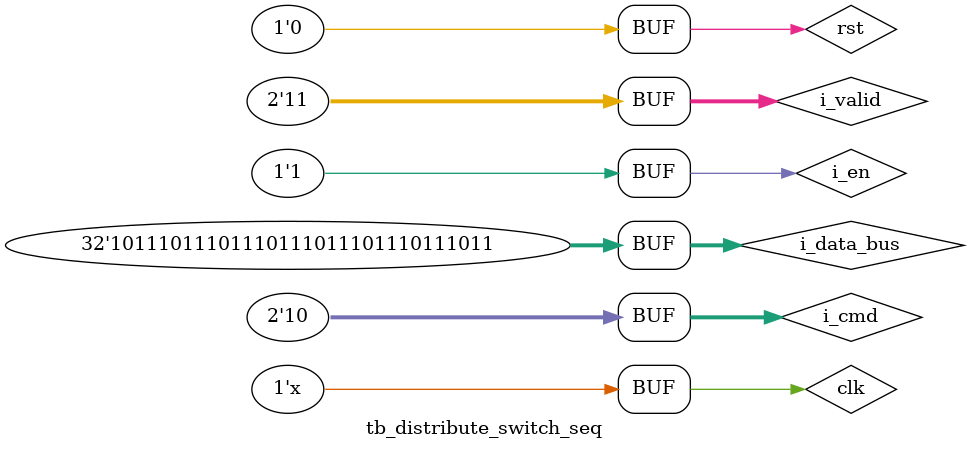
<source format=v>
`timescale 1ns / 1ps

module tb_distribute_switch_seq();

	parameter DATA_WIDTH  = 32;

    // timing signals
    reg                            clk;
    reg                            rst;

    // data signals
	reg    [1:0]                   i_valid;        // valid input data signal
	reg    [DATA_WIDTH-1:0]        i_data_bus;     // input data bus coming into mux
	
	wire                           o_valid;        // output valid
    wire   [2*DATA_WIDTH-1:0]      o_data_bus;     // output data 

	// control signals
	reg                            i_en;           // mux enable
	reg    [1:0]                   i_cmd;          // command 
                                // 0 --> Branch_left
                                // 1 --> Branch_right
    
    // Test case declaration
    // all cases for control
    initial 
    begin
        clk = 1'b0;
        // not enable at start
        #20
        rst = 1'b1;
        i_valid = 2'b00;
        i_data_bus = {(DATA_WIDTH>>2){4'hA}};
        i_en = 1'b1;
        i_cmd = 2'b00;
        
        // rst active;
        #20
        rst = 1'b1;
        i_valid = 2'b11;
        i_data_bus = {(DATA_WIDTH>>2){4'hA}};
        i_en = 1'b1;
        i_cmd = 2'b00;
        
        // input active -- branch_low
        #20
        rst = 1'b0;
        i_valid = 2'b11;
        i_data_bus = {(DATA_WIDTH>>2){4'hA}};
        i_en = 1'b1;
        i_cmd = 2'b01;
    
        // input active -- branch_high
        #20
        rst = 1'b0;
        i_valid = 2'b11;
        i_data_bus = {(DATA_WIDTH>>2){4'hA}};
        i_en = 1'b1;
        i_cmd = 2'b10;
        
        // input active -- duplicate
        #20
        rst = 1'b0;
        i_valid = 2'b11;
        i_data_bus = {(DATA_WIDTH>>2){4'hA}};
        i_en = 1'b1;
        i_cmd = 2'b11;
        
        // disable in progress
        #20
        rst = 1'b0;
        i_valid = 2'b11;
        i_data_bus = {(DATA_WIDTH>>2){4'hA}};
        i_en = 1'b0;
        i_cmd = 2'b11;
         
        
        // enable in progress
        #20
        rst = 1'b0;
        i_valid = 2'b11;
        i_data_bus = {(DATA_WIDTH>>2){4'hA}};
        i_en = 1'b1;
        i_cmd = 2'b11;
        
        // reset half way
        #20
        rst = 1'b1;
        i_valid = 2'b11;
        i_data_bus = {(DATA_WIDTH>>2){4'hA}};
        i_en = 1'b1;
        i_cmd = 2'b11;
        
        // change data half way
        #20
        rst = 1'b0;
        i_valid = 2'b11;
        i_data_bus = {(DATA_WIDTH>>2){4'hB}};
        i_en = 1'b1;
        i_cmd = 2'b11;
        
        // invalid high output 
        #20
        rst = 1'b0;
        i_valid = 2'b11;
        i_data_bus = {(DATA_WIDTH>>2){4'hB}};
        i_en = 1'b1;
        i_cmd = 2'b01;
       
        // invalid low output 
        #20
        rst = 1'b0;
        i_valid = 2'b11;
        i_data_bus = {(DATA_WIDTH>>2){4'hB}};
        i_en = 1'b1;
        i_cmd = 2'b10;
end


    // instantiate DUT (device under test)
    distribute_switch_seq #(
		.DATA_WIDTH(DATA_WIDTH)
	) dut(
	    .clk(clk),
	    .rst(rst),
		.i_valid(i_valid),
		.i_data_bus(i_data_bus),
		.o_valid(o_valid),
		.o_data_bus(o_data_bus),
		.i_en(i_en),
		.i_cmd(i_cmd)
	);

    always#5 clk=~clk;

endmodule


</source>
